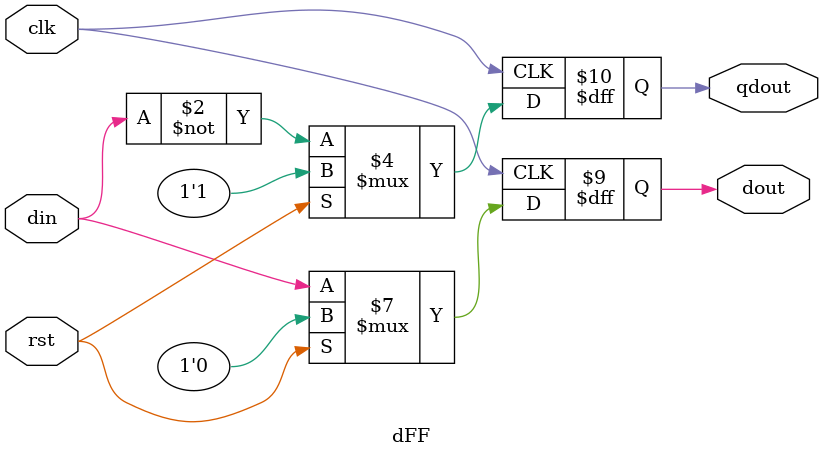
<source format=v>
`timescale 1ns / 1ps

/*--  *******************************************************
--  Computer Architecture Course, Laboratory Sources 
--  Amirkabir University of Technology (Tehran Polytechnic)
--  Department of Computer Engineering (CE-AUT)
--  https://ce[dot]aut[dot]ac[dot]ir
--  *******************************************************
--  All Rights reserved (C) 2019-2020
--  *******************************************************
--  Student ID  : 9831009
--  Student Name: Sina Amininasab
--  Student Mail: sina3050@gmail.com
--  *******************************************************
--  Additional Comments:
--
--*/

/*-----------------------------------------------------------
---  Module Name: D Flip Flop
---  Description: Lab 09 Part 1
-----------------------------------------------------------*/
module dFF(
	input rst,
	input clk,
	input din,
	output reg dout,
	output reg qdout
    );
	 
	// A behavioral model
	always @ ( negedge clk ) begin
		if ( rst ) begin
			dout <= 1'b0;
			qdout <= 1'b1;
		end
		else begin
			dout <= din;
			qdout <= ~ din;
		end
	end
	
endmodule

</source>
